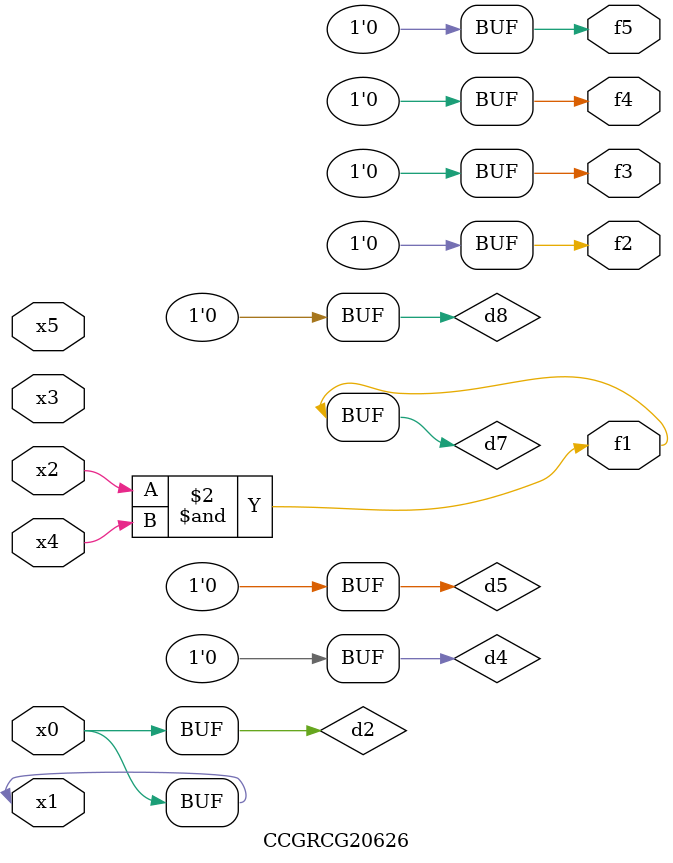
<source format=v>
module CCGRCG20626(
	input x0, x1, x2, x3, x4, x5,
	output f1, f2, f3, f4, f5
);

	wire d1, d2, d3, d4, d5, d6, d7, d8, d9;

	nand (d1, x1);
	buf (d2, x0, x1);
	nand (d3, x2, x4);
	and (d4, d1, d2);
	and (d5, d1, d2);
	nand (d6, d1, d3);
	not (d7, d3);
	xor (d8, d5);
	nor (d9, d5, d6);
	assign f1 = d7;
	assign f2 = d8;
	assign f3 = d8;
	assign f4 = d8;
	assign f5 = d8;
endmodule

</source>
